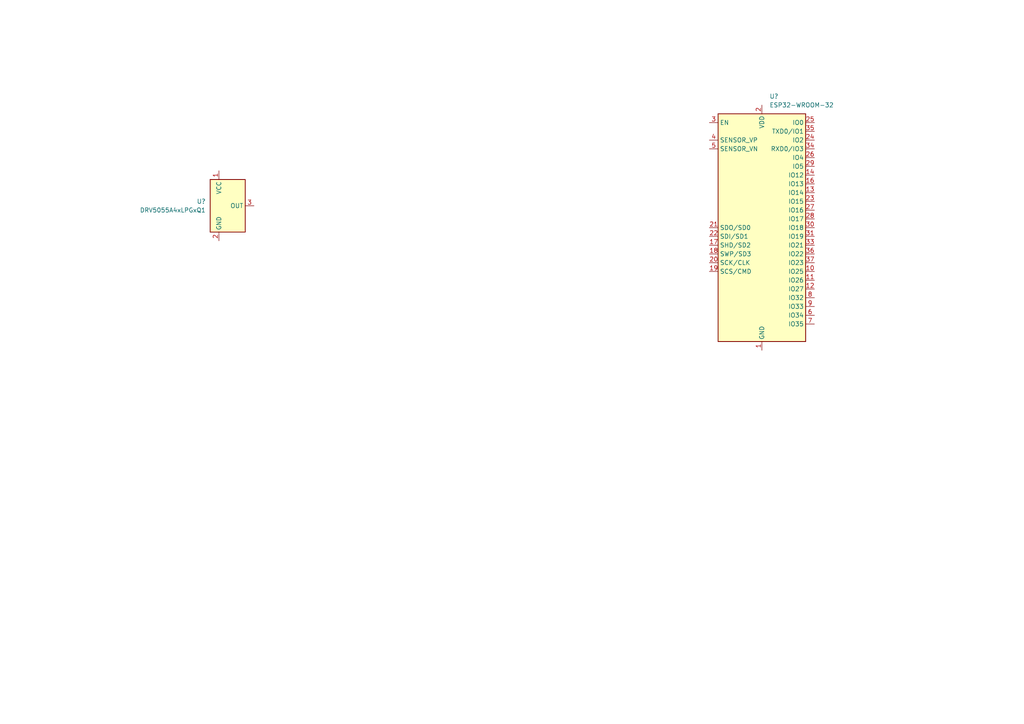
<source format=kicad_sch>
(kicad_sch (version 20231120) (generator "eeschema") (generator_version "8.0")
  (paper "A4")
  (lib_symbols
    (symbol "RF_Module:ESP32-WROOM-32"
      (property "Reference" "U" (at -12.7 34.29 0))
      (property "Value" "ESP32-WROOM-32" (at 1.27 34.29 0))
      (symbol "ESP32-WROOM-32_0_1"
        (rectangle (start -12.7 33.02) (end 12.7 -33.02) (stroke (width 0.254)) (fill (type background)))
      )
      (symbol "ESP32-WROOM-32_1_1"
        (pin power_in line (at 0 -35.56 90) (length 2.54) (name "GND") (number "1"))
        (pin bidirectional line (at 15.24 -12.7 180) (length 2.54) (name "IO25") (number "10"))
        (pin bidirectional line (at 15.24 -15.24 180) (length 2.54) (name "IO26") (number "11"))
        (pin bidirectional line (at 15.24 -17.78 180) (length 2.54) (name "IO27") (number "12"))
        (pin bidirectional line (at 15.24 10.16 180) (length 2.54) (name "IO14") (number "13"))
        (pin bidirectional line (at 15.24 15.24 180) (length 2.54) (name "IO12") (number "14"))
        (pin passive line (at 0 -35.56 90) (length 2.54) hide (name "GND") (number "15"))
        (pin bidirectional line (at 15.24 12.7 180) (length 2.54) (name "IO13") (number "16"))
        (pin bidirectional line (at -15.24 -5.08 0) (length 2.54) (name "SHD/SD2") (number "17"))
        (pin bidirectional line (at -15.24 -7.62 0) (length 2.54) (name "SWP/SD3") (number "18"))
        (pin bidirectional line (at -15.24 -12.7 0) (length 2.54) (name "SCS/CMD") (number "19"))
        (pin power_in line (at 0 35.56 270) (length 2.54) (name "VDD") (number "2"))
        (pin bidirectional line (at -15.24 -10.16 0) (length 2.54) (name "SCK/CLK") (number "20"))
        (pin bidirectional line (at -15.24 0 0) (length 2.54) (name "SDO/SD0") (number "21"))
        (pin bidirectional line (at -15.24 -2.54 0) (length 2.54) (name "SDI/SD1") (number "22"))
        (pin bidirectional line (at 15.24 7.62 180) (length 2.54) (name "IO15") (number "23"))
        (pin bidirectional line (at 15.24 25.4 180) (length 2.54) (name "IO2") (number "24"))
        (pin bidirectional line (at 15.24 30.48 180) (length 2.54) (name "IO0") (number "25"))
        (pin bidirectional line (at 15.24 20.32 180) (length 2.54) (name "IO4") (number "26"))
        (pin bidirectional line (at 15.24 5.08 180) (length 2.54) (name "IO16") (number "27"))
        (pin bidirectional line (at 15.24 2.54 180) (length 2.54) (name "IO17") (number "28"))
        (pin bidirectional line (at 15.24 17.78 180) (length 2.54) (name "IO5") (number "29"))
        (pin input line (at -15.24 30.48 0) (length 2.54) (name "EN") (number "3"))
        (pin bidirectional line (at 15.24 0 180) (length 2.54) (name "IO18") (number "30"))
        (pin bidirectional line (at 15.24 -2.54 180) (length 2.54) (name "IO19") (number "31"))
        (pin no_connect line (at -12.7 -27.94 0) (length 2.54) hide (name "NC") (number "32"))
        (pin bidirectional line (at 15.24 -5.08 180) (length 2.54) (name "IO21") (number "33"))
        (pin bidirectional line (at 15.24 22.86 180) (length 2.54) (name "RXD0/IO3") (number "34"))
        (pin bidirectional line (at 15.24 27.94 180) (length 2.54) (name "TXD0/IO1") (number "35"))
        (pin bidirectional line (at 15.24 -7.62 180) (length 2.54) (name "IO22") (number "36"))
        (pin bidirectional line (at 15.24 -10.16 180) (length 2.54) (name "IO23") (number "37"))
        (pin passive line (at 0 -35.56 90) (length 2.54) hide (name "GND") (number "38"))
        (pin passive line (at 0 -35.56 90) (length 2.54) hide (name "GND") (number "39"))
        (pin input line (at -15.24 25.4 0) (length 2.54) (name "SENSOR_VP") (number "4"))
        (pin input line (at -15.24 22.86 0) (length 2.54) (name "SENSOR_VN") (number "5"))
        (pin input line (at 15.24 -25.4 180) (length 2.54) (name "IO34") (number "6"))
        (pin input line (at 15.24 -27.94 180) (length 2.54) (name "IO35") (number "7"))
        (pin bidirectional line (at 15.24 -20.32 180) (length 2.54) (name "IO32") (number "8"))
        (pin bidirectional line (at 15.24 -22.86 180) (length 2.54) (name "IO33") (number "9"))
      )
    )
    (symbol "Sensor_Magnetic:DRV5055A4xLPGxQ1"
      (property "Reference" "U" (at 5.08 12.7 0))
      (property "Value" "DRV5055A4xLPGxQ1" (at 7.62 10.16 0))
      (symbol "DRV5055A4xLPGxQ1_1_1"
        (rectangle (start -5.08 7.62) (end 5.08 -7.62) (stroke (width 0.254)) (fill (type background)))
        (pin power_in line (at -2.54 10.16 270) (length 2.54) (name "VCC") (number "1"))
        (pin power_in line (at -2.54 -10.16 90) (length 2.54) (name "GND") (number "2"))
        (pin output line (at 7.62 0 180) (length 2.54) (name "OUT") (number "3"))
      )
    )
  )
  (symbol (lib_id "Sensor_Magnetic:DRV5055A4xLPGxQ1") (at 66.04 59.69 0) (unit 1)
    (property "Reference" "U?" (at 59.69 58.4199 0) (effects (justify right)))
    (property "Value" "DRV5055A4xLPGxQ1" (at 59.69 60.9599 0) (effects (justify right)))
    (property "Footprint" "Package_TO_SOT_THT:TO-92_Inline" (effects (hide yes)))
    (property "Datasheet" "https://www.ti.com/lit/ds/symlink/drv5055-q1.pdf" (effects (hide yes)))
    (property "Description" "12.5mV/mT,±169-mT, 20-kHz, 3.3/5V, TO-92" (effects (hide yes)))
  )
  (symbol (lib_id "RF_Module:ESP32-WROOM-32") (at 220.98 66.04 0) (unit 1)
    (property "Reference" "U?" (at 223.1741 27.94 0) (effects (justify left)))
    (property "Value" "ESP32-WROOM-32" (at 223.1741 30.48 0) (effects (justify left)))
    (property "Footprint" "RF_Module:ESP32-WROOM-32" (effects (hide yes)))
    (property "Datasheet" "https://www.espressif.com/sites/default/files/documentation/esp32-wroom-32_datasheet_en.pdf" (effects (hide yes)))
    (property "Description" "RF Module, ESP32-D0WDQ6 SoC, Wi-Fi 802.11b/g/n, Bluetooth, BLE, 32-bit, 2.7-3.6V, onboard antenna, SMD" (effects (hide yes)))
  )
)
</source>
